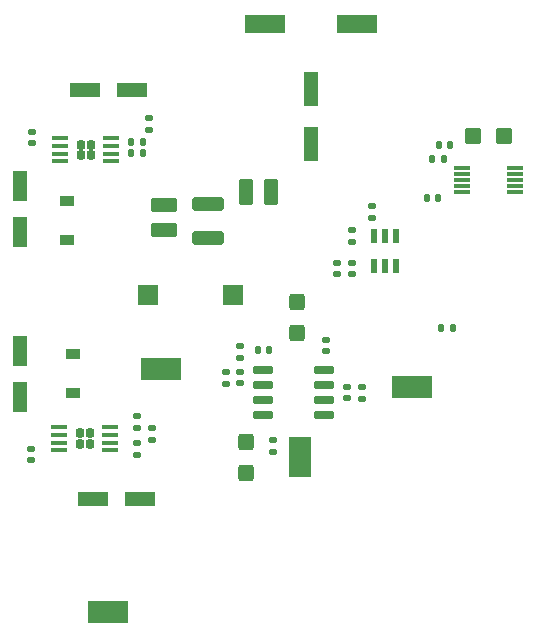
<source format=gbr>
%TF.GenerationSoftware,KiCad,Pcbnew,6.0.4-6f826c9f35~116~ubuntu18.04.1*%
%TF.CreationDate,2022-05-26T20:07:41+01:00*%
%TF.ProjectId,cosmic_ray_detector,636f736d-6963-45f7-9261-795f64657465,1*%
%TF.SameCoordinates,Original*%
%TF.FileFunction,Paste,Top*%
%TF.FilePolarity,Positive*%
%FSLAX46Y46*%
G04 Gerber Fmt 4.6, Leading zero omitted, Abs format (unit mm)*
G04 Created by KiCad (PCBNEW 6.0.4-6f826c9f35~116~ubuntu18.04.1) date 2022-05-26 20:07:41*
%MOMM*%
%LPD*%
G01*
G04 APERTURE LIST*
G04 Aperture macros list*
%AMRoundRect*
0 Rectangle with rounded corners*
0 $1 Rounding radius*
0 $2 $3 $4 $5 $6 $7 $8 $9 X,Y pos of 4 corners*
0 Add a 4 corners polygon primitive as box body*
4,1,4,$2,$3,$4,$5,$6,$7,$8,$9,$2,$3,0*
0 Add four circle primitives for the rounded corners*
1,1,$1+$1,$2,$3*
1,1,$1+$1,$4,$5*
1,1,$1+$1,$6,$7*
1,1,$1+$1,$8,$9*
0 Add four rect primitives between the rounded corners*
20,1,$1+$1,$2,$3,$4,$5,0*
20,1,$1+$1,$4,$5,$6,$7,0*
20,1,$1+$1,$6,$7,$8,$9,0*
20,1,$1+$1,$8,$9,$2,$3,0*%
G04 Aperture macros list end*
%ADD10R,3.450000X1.850000*%
%ADD11RoundRect,0.140000X0.170000X-0.140000X0.170000X0.140000X-0.170000X0.140000X-0.170000X-0.140000X0*%
%ADD12RoundRect,0.140000X-0.170000X0.140000X-0.170000X-0.140000X0.170000X-0.140000X0.170000X0.140000X0*%
%ADD13RoundRect,0.140000X0.140000X0.170000X-0.140000X0.170000X-0.140000X-0.170000X0.140000X-0.170000X0*%
%ADD14RoundRect,0.135000X0.185000X-0.135000X0.185000X0.135000X-0.185000X0.135000X-0.185000X-0.135000X0*%
%ADD15RoundRect,0.135000X-0.185000X0.135000X-0.185000X-0.135000X0.185000X-0.135000X0.185000X0.135000X0*%
%ADD16RoundRect,0.135000X0.135000X0.185000X-0.135000X0.185000X-0.135000X-0.185000X0.135000X-0.185000X0*%
%ADD17RoundRect,0.135000X-0.135000X-0.185000X0.135000X-0.185000X0.135000X0.185000X-0.135000X0.185000X0*%
%ADD18R,1.200000X0.900000*%
%ADD19R,1.212799X2.508199*%
%ADD20RoundRect,0.250000X0.425000X-0.450000X0.425000X0.450000X-0.425000X0.450000X-0.425000X-0.450000X0*%
%ADD21RoundRect,0.250000X-0.450000X-0.425000X0.450000X-0.425000X0.450000X0.425000X-0.450000X0.425000X0*%
%ADD22R,2.508199X1.212799*%
%ADD23R,1.450000X0.300000*%
%ADD24R,1.850000X3.450000*%
%ADD25R,0.600000X1.200000*%
%ADD26RoundRect,0.250000X-0.850000X0.375000X-0.850000X-0.375000X0.850000X-0.375000X0.850000X0.375000X0*%
%ADD27R,1.750000X1.800000*%
%ADD28RoundRect,0.150000X-0.725000X-0.150000X0.725000X-0.150000X0.725000X0.150000X-0.725000X0.150000X0*%
%ADD29RoundRect,0.180000X0.180000X0.205000X-0.180000X0.205000X-0.180000X-0.205000X0.180000X-0.205000X0*%
%ADD30RoundRect,0.100000X0.612500X0.100000X-0.612500X0.100000X-0.612500X-0.100000X0.612500X-0.100000X0*%
%ADD31R,1.270000X2.920000*%
%ADD32R,3.430000X1.650000*%
%ADD33RoundRect,0.250000X0.375000X0.850000X-0.375000X0.850000X-0.375000X-0.850000X0.375000X-0.850000X0*%
%ADD34RoundRect,0.250000X1.100000X-0.325000X1.100000X0.325000X-1.100000X0.325000X-1.100000X-0.325000X0*%
G04 APERTURE END LIST*
D10*
%TO.C,TP4*%
X95512500Y-116570000D03*
%TD*%
D11*
%TO.C,C5*%
X109500000Y-103000000D03*
X109500000Y-102040000D03*
%TD*%
%TO.C,C13*%
X99250000Y-101980000D03*
X99250000Y-101020000D03*
%TD*%
D12*
%TO.C,C11*%
X89000000Y-102790000D03*
X89000000Y-103750000D03*
%TD*%
D11*
%TO.C,C18*%
X114905000Y-87960000D03*
X114905000Y-87000000D03*
%TD*%
D13*
%TO.C,C19*%
X122520000Y-81500000D03*
X123480000Y-81500000D03*
%TD*%
D11*
%TO.C,C8*%
X115750000Y-98460000D03*
X115750000Y-97500000D03*
%TD*%
D13*
%TO.C,C20*%
X123540000Y-77000000D03*
X124500000Y-77000000D03*
%TD*%
D11*
%TO.C,C6*%
X106750000Y-97230000D03*
X106750000Y-96270000D03*
%TD*%
%TO.C,C4*%
X114000000Y-94480000D03*
X114000000Y-93520000D03*
%TD*%
%TO.C,C17*%
X116155000Y-87960000D03*
X116155000Y-87000000D03*
%TD*%
D13*
%TO.C,C14*%
X98460000Y-76750000D03*
X97500000Y-76750000D03*
%TD*%
%TO.C,C7*%
X109155000Y-94365000D03*
X108195000Y-94365000D03*
%TD*%
D11*
%TO.C,C12*%
X89076000Y-76900000D03*
X89076000Y-75940000D03*
%TD*%
D14*
%TO.C,R6*%
X98000000Y-101010000D03*
X98000000Y-99990000D03*
%TD*%
%TO.C,R8*%
X99000000Y-75770000D03*
X99000000Y-74750000D03*
%TD*%
%TO.C,R5*%
X98000000Y-103260000D03*
X98000000Y-102240000D03*
%TD*%
D15*
%TO.C,R10*%
X116155000Y-84210000D03*
X116155000Y-85230000D03*
%TD*%
%TO.C,R9*%
X117905000Y-82220000D03*
X117905000Y-83240000D03*
%TD*%
D14*
%TO.C,R4*%
X117000000Y-98520000D03*
X117000000Y-97500000D03*
%TD*%
%TO.C,R2*%
X105500000Y-97260000D03*
X105500000Y-96240000D03*
%TD*%
D16*
%TO.C,R7*%
X98510000Y-77750000D03*
X97490000Y-77750000D03*
%TD*%
D17*
%TO.C,R1*%
X123740000Y-92500000D03*
X124760000Y-92500000D03*
%TD*%
D14*
%TO.C,R3*%
X106675000Y-95115000D03*
X106675000Y-94095000D03*
%TD*%
D16*
%TO.C,R11*%
X122980000Y-78250000D03*
X124000000Y-78250000D03*
%TD*%
D18*
%TO.C,D2*%
X92576000Y-94770000D03*
X92576000Y-98070000D03*
%TD*%
%TO.C,D3*%
X92076000Y-81770000D03*
X92076000Y-85070000D03*
%TD*%
D19*
%TO.C,C9*%
X88076000Y-94469001D03*
X88076000Y-98370999D03*
%TD*%
D20*
%TO.C,C3*%
X107250000Y-104850000D03*
X107250000Y-102150000D03*
%TD*%
%TO.C,C2*%
X111500000Y-93000000D03*
X111500000Y-90300000D03*
%TD*%
D21*
%TO.C,C21*%
X129100000Y-76250000D03*
X126400000Y-76250000D03*
%TD*%
D22*
%TO.C,C16*%
X97526999Y-72420000D03*
X93625001Y-72420000D03*
%TD*%
D23*
%TO.C,U5*%
X129975000Y-79000000D03*
X129975000Y-79500000D03*
X129975000Y-80000000D03*
X129975000Y-80500000D03*
X129975000Y-81000000D03*
X125525000Y-81000000D03*
X125525000Y-80500000D03*
X125525000Y-80000000D03*
X125525000Y-79500000D03*
X125525000Y-79000000D03*
%TD*%
D24*
%TO.C,TP2*%
X111750000Y-103500000D03*
%TD*%
D10*
%TO.C,TP1*%
X100000000Y-96000000D03*
%TD*%
D25*
%TO.C,U4*%
X119950000Y-84750000D03*
X119000000Y-84750000D03*
X118050000Y-84750000D03*
X118050000Y-87250000D03*
X119000000Y-87250000D03*
X119950000Y-87250000D03*
%TD*%
D26*
%TO.C,L2*%
X100250000Y-82100000D03*
X100250000Y-84250000D03*
%TD*%
D27*
%TO.C,D1*%
X106075000Y-89750000D03*
X98925000Y-89750000D03*
%TD*%
D28*
%TO.C,U1*%
X108675000Y-96095000D03*
X108675000Y-97365000D03*
X108675000Y-98635000D03*
X108675000Y-99905000D03*
X113825000Y-99905000D03*
X113825000Y-98635000D03*
X113825000Y-97365000D03*
X113825000Y-96095000D03*
%TD*%
D10*
%TO.C,TP3*%
X121250000Y-97500000D03*
%TD*%
D29*
%TO.C,U3*%
X94076000Y-77920000D03*
X93216000Y-77000000D03*
X94076000Y-77000000D03*
X93216000Y-77920000D03*
D30*
X95808500Y-78435000D03*
X95808500Y-77785000D03*
X95808500Y-77135000D03*
X95808500Y-76485000D03*
X91483500Y-76485000D03*
X91483500Y-77135000D03*
X91483500Y-77785000D03*
X91483500Y-78435000D03*
%TD*%
D31*
%TO.C,J1*%
X112696901Y-76930400D03*
X112696901Y-72300400D03*
D32*
X116581901Y-66830400D03*
X108811901Y-66830400D03*
%TD*%
D19*
%TO.C,C10*%
X88076000Y-80518002D03*
X88076000Y-84420000D03*
%TD*%
D29*
%TO.C,U2*%
X94006000Y-102380000D03*
X93146000Y-101460000D03*
X94006000Y-101460000D03*
X93146000Y-102380000D03*
D30*
X95738500Y-102895000D03*
X95738500Y-102245000D03*
X95738500Y-101595000D03*
X95738500Y-100945000D03*
X91413500Y-100945000D03*
X91413500Y-101595000D03*
X91413500Y-102245000D03*
X91413500Y-102895000D03*
%TD*%
D22*
%TO.C,C15*%
X98200999Y-107000000D03*
X94299001Y-107000000D03*
%TD*%
D33*
%TO.C,L1*%
X109325000Y-81000000D03*
X107175000Y-81000000D03*
%TD*%
D34*
%TO.C,C1*%
X104000000Y-84950000D03*
X104000000Y-82000000D03*
%TD*%
M02*

</source>
